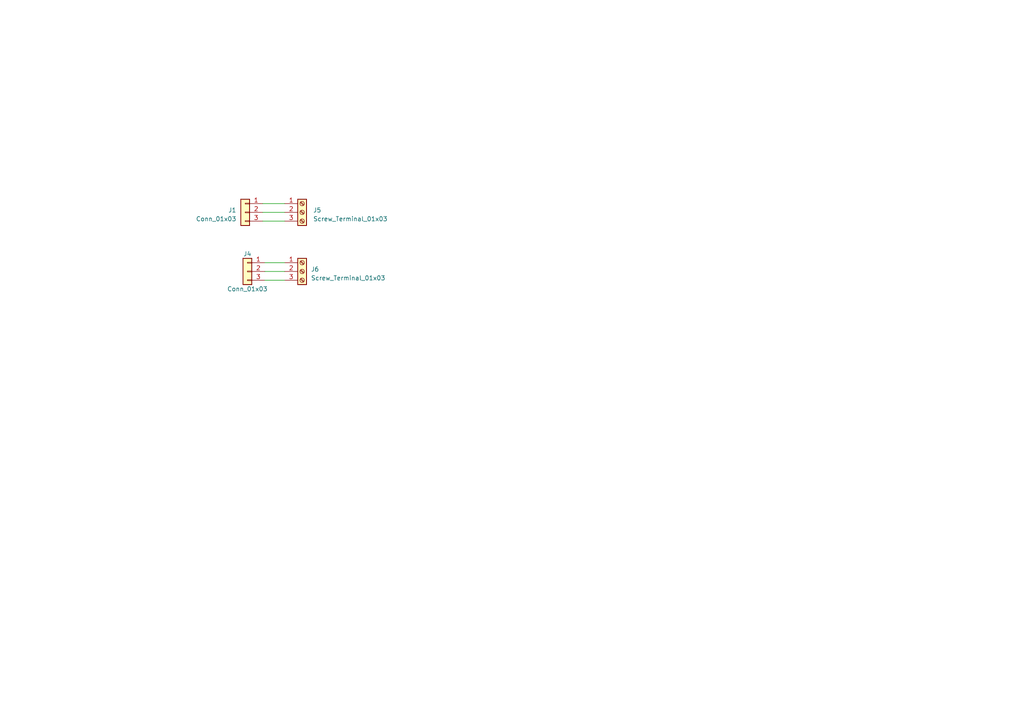
<source format=kicad_sch>
(kicad_sch (version 20230121) (generator eeschema)
  (paper "A4")
  (lib_symbols
    (symbol "Connector:Screw_Terminal_01x03" (pin_names (offset 1.016) hide)
      (property "Reference" "J" (at 0 5.08 0))
      (property "Value" "Screw_Terminal_01x03" (at 0 -5.08 0))
      (symbol "Screw_Terminal_01x03_1_1"
        (rectangle (start -1.27 3.81) (end 1.27 -3.81) (stroke (width 0.254)) (fill (type background)))
        (circle (center 0 -2.54) (radius 0.635) (stroke (width 0.1524)))
        (polyline (pts (xy -0.5334 -2.2098) (xy 0.3302 -3.048)) (stroke (width 0.1524)))
        (polyline (pts (xy -0.5334 0.3302) (xy 0.3302 -0.508)) (stroke (width 0.1524)))
        (polyline (pts (xy -0.5334 2.8702) (xy 0.3302 2.032)) (stroke (width 0.1524)))
        (polyline (pts (xy -0.3556 -2.032) (xy 0.508 -2.8702)) (stroke (width 0.1524)))
        (polyline (pts (xy -0.3556 0.508) (xy 0.508 -0.3302)) (stroke (width 0.1524)))
        (polyline (pts (xy -0.3556 3.048) (xy 0.508 2.2098)) (stroke (width 0.1524)))
        (circle (center 0 0) (radius 0.635) (stroke (width 0.1524)))
        (circle (center 0 2.54) (radius 0.635) (stroke (width 0.1524)))
        (pin passive line (at -5.08 2.54 0) (length 3.81) (name "Pin_1") (number "1"))
        (pin passive line (at -5.08 0 0) (length 3.81) (name "Pin_2") (number "2"))
        (pin passive line (at -5.08 -2.54 0) (length 3.81) (name "Pin_3") (number "3"))
      )
    )
    (symbol "Connector_Generic:Conn_01x03" (pin_names (offset 1.016) hide)
      (property "Reference" "J" (at 0 5.08 0))
      (property "Value" "Conn_01x03" (at 0 -5.08 0))
      (symbol "Conn_01x03_1_1"
        (rectangle (start -1.27 -2.413) (end 0 -2.667) (stroke (width 0.1524)))
        (rectangle (start -1.27 0.127) (end 0 -0.127) (stroke (width 0.1524)))
        (rectangle (start -1.27 2.667) (end 0 2.413) (stroke (width 0.1524)))
        (rectangle (start -1.27 3.81) (end 1.27 -3.81) (stroke (width 0.254)) (fill (type background)))
        (pin passive line (at -5.08 2.54 0) (length 3.81) (name "Pin_1") (number "1"))
        (pin passive line (at -5.08 0 0) (length 3.81) (name "Pin_2") (number "2"))
        (pin passive line (at -5.08 -2.54 0) (length 3.81) (name "Pin_3") (number "3"))
      )
    )
  )
  (wire (pts (xy 82.55 59.055) (xy 76.2 59.055)))
  (wire (pts (xy 76.835 78.74) (xy 82.55 78.74)))
  (wire (pts (xy 82.55 61.595) (xy 76.2 61.595)))
  (wire (pts (xy 76.835 76.2) (xy 82.55 76.2)))
  (wire (pts (xy 76.835 81.28) (xy 82.55 81.28)))
  (wire (pts (xy 82.55 64.135) (xy 76.2 64.135)))
  (symbol (lib_id "Connector_Generic:Conn_01x03") (at 71.755 78.74 0) (mirror y) (unit 1)
    (property "Reference" "J4" (at 71.755 73.66 0))
    (property "Value" "Conn_01x03" (at 71.755 83.82 0))
    (property "Footprint" "Connector_PinHeader_2.54mm:PinHeader_1x03_P2.54mm_Vertical" (effects hide))
  )
  (symbol (lib_id "Connector:Screw_Terminal_01x03") (at 87.63 78.74 0) (unit 1)
    (property "Reference" "J6" (at 90.17 78.105 0) (effects (justify left)))
    (property "Value" "Screw_Terminal_01x03" (at 90.17 80.645 0) (effects (justify left)))
    (property "Footprint" "Connector_PinHeader_2.54mm:PinHeader_1x03_P2.54mm_Vertical" (effects hide))
  )
  (symbol (lib_id "Connector_Generic:Conn_01x03") (at 71.12 61.595 0) (mirror y) (unit 1)
    (property "Reference" "J1" (at 68.58 60.96 0) (effects (justify left)))
    (property "Value" "Conn_01x03" (at 68.58 63.5 0) (effects (justify left)))
    (property "Footprint" "Connector_PinHeader_2.54mm:PinHeader_1x03_P2.54mm_Vertical" (effects hide))
  )
  (symbol (lib_id "Connector:Screw_Terminal_01x03") (at 87.63 61.595 0) (unit 1)
    (property "Reference" "J5" (at 90.805 60.96 0) (effects (justify left)))
    (property "Value" "Screw_Terminal_01x03" (at 90.805 63.5 0) (effects (justify left)))
    (property "Footprint" "Connector_PinHeader_2.54mm:PinHeader_1x03_P2.54mm_Vertical" (effects hide))
  )
)
</source>
